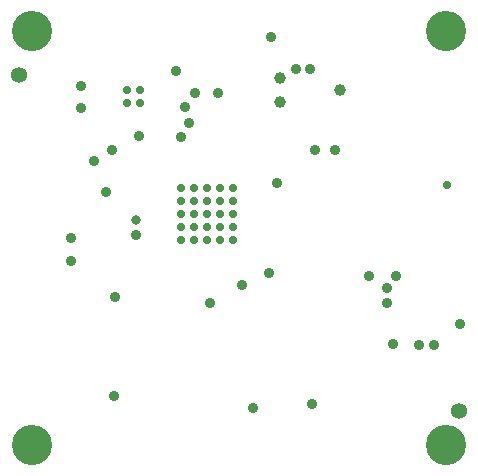
<source format=gbr>
%TF.GenerationSoftware,Altium Limited,Altium Designer,25.0.2 (28)*%
G04 Layer_Color=16711935*
%FSLAX45Y45*%
%MOMM*%
%TF.SameCoordinates,C223F9BF-7E24-4A28-B258-71FBB46568CF*%
%TF.FilePolarity,Negative*%
%TF.FileFunction,Soldermask,Bot*%
%TF.Part,Single*%
G01*
G75*
%TA.AperFunction,ComponentPad*%
%ADD51C,0.99100*%
%TA.AperFunction,ViaPad*%
%ADD77C,1.35520*%
%ADD78C,3.40320*%
%ADD79C,0.90320*%
%ADD80C,0.70320*%
%ADD81C,0.91440*%
%ADD82C,0.80320*%
D51*
X11608000Y8498400D02*
D03*
X11100000Y8600000D02*
D03*
Y8396800D02*
D03*
D77*
X12610000Y5780000D02*
D03*
X8890000Y8630000D02*
D03*
D78*
X9000000Y9000000D02*
D03*
Y5500000D02*
D03*
X12500000Y9000000D02*
D03*
Y5500000D02*
D03*
D79*
X10220000Y8660000D02*
D03*
X11560000Y7990000D02*
D03*
X11390000D02*
D03*
X11350000Y8680000D02*
D03*
X11230000D02*
D03*
X11020000Y8950000D02*
D03*
X9670000Y7990000D02*
D03*
X9520000Y7900000D02*
D03*
X11370000Y5840000D02*
D03*
X10870000Y5810000D02*
D03*
X12620000Y6520000D02*
D03*
X12400000Y6340000D02*
D03*
X12270000D02*
D03*
X12050000Y6350000D02*
D03*
X12000000Y6700000D02*
D03*
Y6825000D02*
D03*
X12075000Y6925000D02*
D03*
X11850000D02*
D03*
X9875000Y7275000D02*
D03*
X9625000Y7640000D02*
D03*
X9325000Y7250000D02*
D03*
Y7050000D02*
D03*
X9700000Y6750000D02*
D03*
X11000000Y6950000D02*
D03*
X10775000Y6850000D02*
D03*
X10500000Y6700000D02*
D03*
X11075000Y7712000D02*
D03*
X10325000Y8225000D02*
D03*
X10290000Y8360000D02*
D03*
X10260000Y8100000D02*
D03*
X9900000Y8110000D02*
D03*
X9410000Y8349000D02*
D03*
Y8537000D02*
D03*
X10575000Y8475000D02*
D03*
X10375000D02*
D03*
D80*
X12510000Y7700000D02*
D03*
X10697501Y7230000D02*
D03*
X10587501D02*
D03*
X10477501D02*
D03*
X10367501D02*
D03*
X10257501D02*
D03*
X10697501Y7340000D02*
D03*
X10587501D02*
D03*
X10477501D02*
D03*
X10367501D02*
D03*
X10257501D02*
D03*
X10697501Y7450000D02*
D03*
X10587501D02*
D03*
X10477501D02*
D03*
X10367501D02*
D03*
X10257501D02*
D03*
X10697501Y7560000D02*
D03*
X10587501D02*
D03*
X10477501D02*
D03*
X10367501D02*
D03*
X10257501D02*
D03*
X10697501Y7670000D02*
D03*
X10587501D02*
D03*
X10477501D02*
D03*
X10367501D02*
D03*
X10257501D02*
D03*
X9907501Y8505000D02*
D03*
Y8395000D02*
D03*
X9797501D02*
D03*
Y8505000D02*
D03*
D81*
X9690000Y5910000D02*
D03*
D82*
X9875000Y7400000D02*
D03*
%TF.MD5,464375cd5f98b69fc81ff4454e2c83b0*%
M02*

</source>
